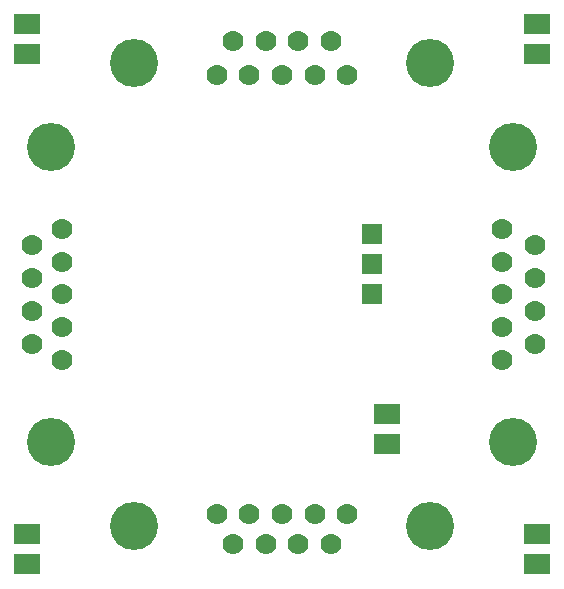
<source format=gbr>
%FSLAX14Y14*%
%MOIN*%
G04 EasyPC Gerber Version 18.0.1 Build 3581 *
%ADD80R,0.07000X0.07000*%
%ADD78C,0.07000*%
%ADD79C,0.16000*%
%ADD82R,0.09000X0.07000*%
X0Y0D02*
D02*
D78*
X1700Y8544D03*
Y9635D03*
Y10725D03*
Y11816D03*
X2700Y7999D03*
Y9089D03*
Y10180D03*
Y11271D03*
Y12361D03*
X7844Y2855D03*
Y17505D03*
X8389Y1855D03*
Y18620D03*
X8934Y2855D03*
Y17505D03*
X9480Y1855D03*
Y18620D03*
X10025Y2855D03*
Y17505D03*
X10570Y1855D03*
Y18620D03*
X11116Y2855D03*
Y17505D03*
X11661Y1855D03*
Y18620D03*
X12206Y2855D03*
Y17505D03*
X17350Y7999D03*
Y9089D03*
Y10180D03*
Y11271D03*
Y12361D03*
X18465Y8544D03*
Y9635D03*
Y10725D03*
Y11816D03*
D02*
D79*
X2315Y5260D03*
Y15100D03*
X5105Y2470D03*
Y17890D03*
X14945Y2470D03*
Y17890D03*
X17735Y5260D03*
Y15100D03*
D02*
D80*
X13025Y10180D03*
Y11180D03*
Y12180D03*
D02*
D82*
X1525Y1180D03*
Y2180D03*
Y18180D03*
Y19180D03*
X13525Y5180D03*
Y6180D03*
X18525Y1180D03*
Y2180D03*
Y18180D03*
Y19180D03*
X0Y0D02*
M02*

</source>
